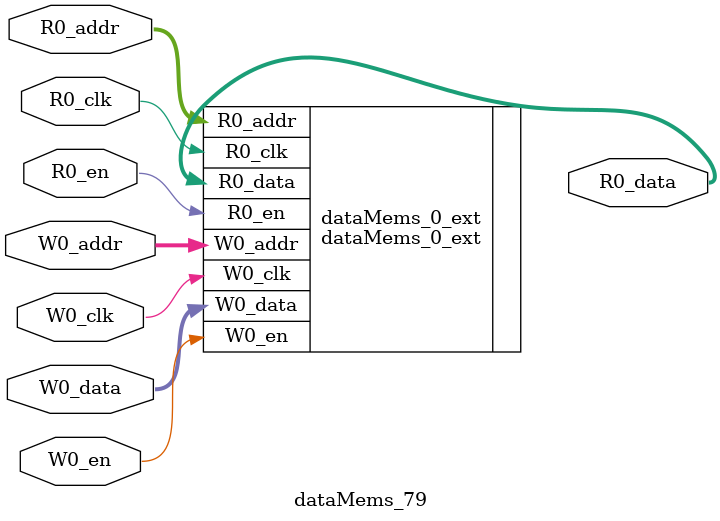
<source format=sv>
`ifndef RANDOMIZE
  `ifdef RANDOMIZE_REG_INIT
    `define RANDOMIZE
  `endif // RANDOMIZE_REG_INIT
`endif // not def RANDOMIZE
`ifndef RANDOMIZE
  `ifdef RANDOMIZE_MEM_INIT
    `define RANDOMIZE
  `endif // RANDOMIZE_MEM_INIT
`endif // not def RANDOMIZE

`ifndef RANDOM
  `define RANDOM $random
`endif // not def RANDOM

// Users can define 'PRINTF_COND' to add an extra gate to prints.
`ifndef PRINTF_COND_
  `ifdef PRINTF_COND
    `define PRINTF_COND_ (`PRINTF_COND)
  `else  // PRINTF_COND
    `define PRINTF_COND_ 1
  `endif // PRINTF_COND
`endif // not def PRINTF_COND_

// Users can define 'ASSERT_VERBOSE_COND' to add an extra gate to assert error printing.
`ifndef ASSERT_VERBOSE_COND_
  `ifdef ASSERT_VERBOSE_COND
    `define ASSERT_VERBOSE_COND_ (`ASSERT_VERBOSE_COND)
  `else  // ASSERT_VERBOSE_COND
    `define ASSERT_VERBOSE_COND_ 1
  `endif // ASSERT_VERBOSE_COND
`endif // not def ASSERT_VERBOSE_COND_

// Users can define 'STOP_COND' to add an extra gate to stop conditions.
`ifndef STOP_COND_
  `ifdef STOP_COND
    `define STOP_COND_ (`STOP_COND)
  `else  // STOP_COND
    `define STOP_COND_ 1
  `endif // STOP_COND
`endif // not def STOP_COND_

// Users can define INIT_RANDOM as general code that gets injected into the
// initializer block for modules with registers.
`ifndef INIT_RANDOM
  `define INIT_RANDOM
`endif // not def INIT_RANDOM

// If using random initialization, you can also define RANDOMIZE_DELAY to
// customize the delay used, otherwise 0.002 is used.
`ifndef RANDOMIZE_DELAY
  `define RANDOMIZE_DELAY 0.002
`endif // not def RANDOMIZE_DELAY

// Define INIT_RANDOM_PROLOG_ for use in our modules below.
`ifndef INIT_RANDOM_PROLOG_
  `ifdef RANDOMIZE
    `ifdef VERILATOR
      `define INIT_RANDOM_PROLOG_ `INIT_RANDOM
    `else  // VERILATOR
      `define INIT_RANDOM_PROLOG_ `INIT_RANDOM #`RANDOMIZE_DELAY begin end
    `endif // VERILATOR
  `else  // RANDOMIZE
    `define INIT_RANDOM_PROLOG_
  `endif // RANDOMIZE
`endif // not def INIT_RANDOM_PROLOG_

// Include register initializers in init blocks unless synthesis is set
`ifndef SYNTHESIS
  `ifndef ENABLE_INITIAL_REG_
    `define ENABLE_INITIAL_REG_
  `endif // not def ENABLE_INITIAL_REG_
`endif // not def SYNTHESIS

// Include rmemory initializers in init blocks unless synthesis is set
`ifndef SYNTHESIS
  `ifndef ENABLE_INITIAL_MEM_
    `define ENABLE_INITIAL_MEM_
  `endif // not def ENABLE_INITIAL_MEM_
`endif // not def SYNTHESIS

module dataMems_79(	// @[generators/ara/src/main/scala/UnsafeAXI4ToTL.scala:365:62]
  input  [4:0]   R0_addr,
  input          R0_en,
  input          R0_clk,
  output [130:0] R0_data,
  input  [4:0]   W0_addr,
  input          W0_en,
  input          W0_clk,
  input  [130:0] W0_data
);

  dataMems_0_ext dataMems_0_ext (	// @[generators/ara/src/main/scala/UnsafeAXI4ToTL.scala:365:62]
    .R0_addr (R0_addr),
    .R0_en   (R0_en),
    .R0_clk  (R0_clk),
    .R0_data (R0_data),
    .W0_addr (W0_addr),
    .W0_en   (W0_en),
    .W0_clk  (W0_clk),
    .W0_data (W0_data)
  );
endmodule


</source>
